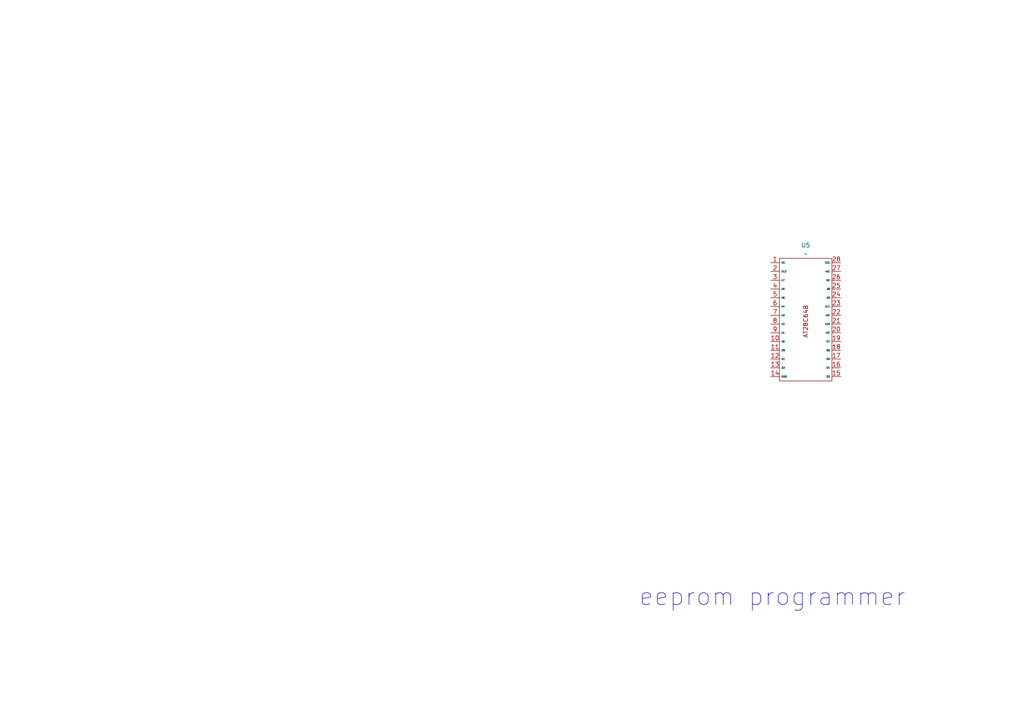
<source format=kicad_sch>
(kicad_sch (version 20231120) (generator "eeschema") (generator_version "8.0")
  (paper "A4")
  (lib_symbols
    (symbol "memory:AT28C64B"
      (property "Reference" "U" (at -1.016 12.7 0))
      (symbol "AT28C64B_0_1"
        (rectangle (start -7.62 11.43) (end 7.62 -24.13))
      )
      (symbol "AT28C64B_1_1"
        (text "AT28C64B" (at 0 -6.858 900) (effects (font (size 1.27 1.27))))
        (pin free line (at -10.16 10.16 0) (length 2.54) (name "NC") (number "1"))
        (pin input line (at -10.16 -12.7 0) (length 2.54) (name "A0") (number "10"))
        (pin bidirectional line (at -10.16 -15.24 0) (length 2.54) (name "D0") (number "11"))
        (pin bidirectional line (at -10.16 -17.78 0) (length 2.54) (name "D1") (number "12"))
        (pin bidirectional line (at -10.16 -20.32 0) (length 2.54) (name "D2") (number "13"))
        (pin power_in line (at -10.16 -22.86 0) (length 2.54) (name "GND") (number "14"))
        (pin bidirectional line (at 10.16 -22.86 180) (length 2.54) (name "D3") (number "15"))
        (pin bidirectional line (at 10.16 -20.32 180) (length 2.54) (name "D4") (number "16"))
        (pin bidirectional line (at 10.16 -17.78 180) (length 2.54) (name "D5") (number "17"))
        (pin bidirectional line (at 10.16 -15.24 180) (length 2.54) (name "D6") (number "18"))
        (pin bidirectional line (at 10.16 -12.7 180) (length 2.54) (name "D7") (number "19"))
        (pin input line (at -10.16 7.62 0) (length 2.54) (name "A12") (number "2"))
        (pin bidirectional line (at 10.16 -10.16 180) (length 2.54) (name "~CE") (number "20"))
        (pin input line (at 10.16 -7.62 180) (length 2.54) (name "A10") (number "21"))
        (pin input line (at 10.16 -5.08 180) (length 2.54) (name "~OE") (number "22"))
        (pin input line (at 10.16 -2.54 180) (length 2.54) (name "A11") (number "23"))
        (pin input line (at 10.16 0 180) (length 2.54) (name "A9") (number "24"))
        (pin input line (at 10.16 2.54 180) (length 2.54) (name "A8") (number "25"))
        (pin free line (at 10.16 5.08 180) (length 2.54) (name "NC") (number "26"))
        (pin input line (at 10.16 7.62 180) (length 2.54) (name "~WE") (number "27"))
        (pin power_in line (at 10.16 10.16 180) (length 2.54) (name "VCC") (number "28"))
        (pin input line (at -10.16 5.08 0) (length 2.54) (name "A7") (number "3"))
        (pin input line (at -10.16 2.54 0) (length 2.54) (name "A6") (number "4"))
        (pin input line (at -10.16 0 0) (length 2.54) (name "A5") (number "5"))
        (pin input line (at -10.16 -2.54 0) (length 2.54) (name "A4") (number "6"))
        (pin input line (at -10.16 -5.08 0) (length 2.54) (name "A3") (number "7"))
        (pin input line (at -10.16 -7.62 0) (length 2.54) (name "A2") (number "8"))
        (pin input line (at -10.16 -10.16 0) (length 2.54) (name "A1") (number "9"))
      )
    )
  )
  (text "eeprom programmer" (at 224.028 173.228 0) (effects (font (size 5.08 5.08))))
  (symbol (lib_id "memory:AT28C64B") (at 233.68 86.36 0) (unit 1)
    (property "Reference" "U5" (at 233.68 71.12 0))
    (property "Value" "~" (at 233.68 73.66 0))
  )
)
</source>
